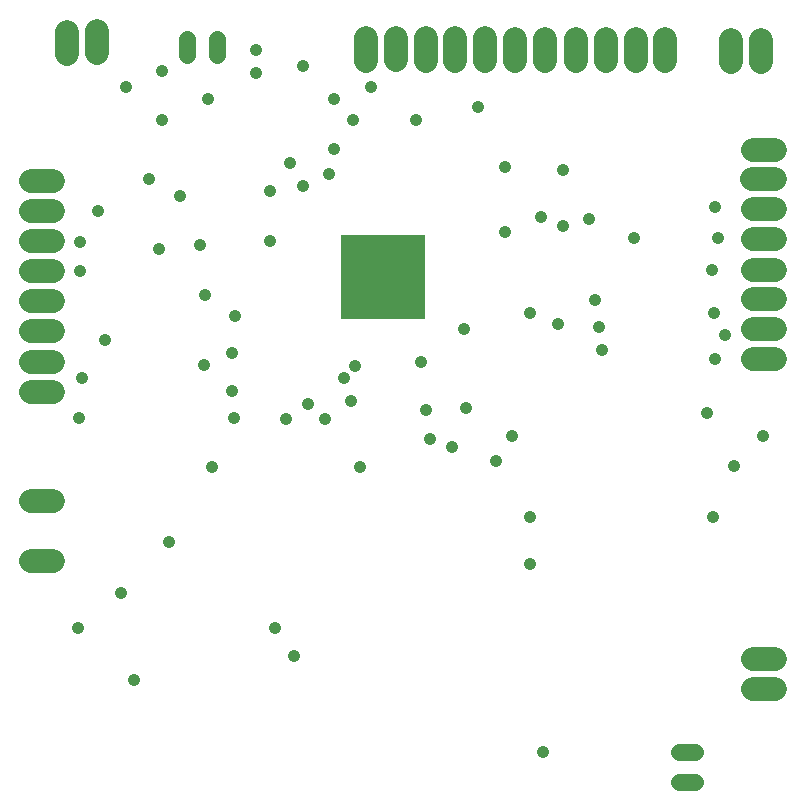
<source format=gbs>
G75*
G70*
%OFA0B0*%
%FSLAX24Y24*%
%IPPOS*%
%LPD*%
%AMOC8*
5,1,8,0,0,1.08239X$1,22.5*
%
%ADD10R,0.2815X0.2815*%
%ADD11C,0.0577*%
%ADD12C,0.0799*%
%ADD13C,0.0413*%
D10*
X013228Y019289D03*
D11*
X007695Y026699D02*
X007695Y027217D01*
X006695Y027217D02*
X006695Y026699D01*
X023109Y003454D02*
X023627Y003454D01*
X023627Y002454D02*
X023109Y002454D01*
D12*
X025565Y005545D02*
X026305Y005545D01*
X026305Y006553D02*
X025565Y006553D01*
X025563Y016555D02*
X026303Y016555D01*
X026297Y017549D02*
X025557Y017549D01*
X025555Y018545D02*
X026295Y018545D01*
X026297Y019537D02*
X025557Y019537D01*
X025557Y020541D02*
X026297Y020541D01*
X026297Y021545D02*
X025557Y021545D01*
X025551Y022541D02*
X026291Y022541D01*
X026299Y023535D02*
X025559Y023535D01*
X025849Y026458D02*
X025849Y027198D01*
X024833Y027198D02*
X024833Y026458D01*
X022652Y026496D02*
X022652Y027236D01*
X021654Y027228D02*
X021654Y026488D01*
X020660Y026482D02*
X020660Y027222D01*
X019656Y027220D02*
X019656Y026480D01*
X018646Y026492D02*
X018646Y027232D01*
X017640Y027236D02*
X017640Y026496D01*
X016648Y026501D02*
X016648Y027241D01*
X015652Y027241D02*
X015652Y026501D01*
X014656Y026501D02*
X014656Y027241D01*
X013665Y027247D02*
X013665Y026507D01*
X012673Y026505D02*
X012673Y027245D01*
X003707Y027488D02*
X003707Y026748D01*
X002711Y026732D02*
X002711Y027472D01*
X002250Y022482D02*
X001510Y022482D01*
X001510Y021486D02*
X002250Y021486D01*
X002250Y020482D02*
X001510Y020482D01*
X001510Y019478D02*
X002250Y019478D01*
X002250Y018474D02*
X001510Y018474D01*
X001510Y017474D02*
X002250Y017474D01*
X002250Y016472D02*
X001510Y016472D01*
X001510Y015462D02*
X002250Y015462D01*
X002250Y011812D02*
X001510Y011812D01*
X001510Y009812D02*
X002250Y009812D01*
D13*
X004931Y005856D03*
X003061Y007588D03*
X004518Y008769D03*
X006093Y010462D03*
X007549Y012942D03*
X008286Y014596D03*
X008219Y015501D03*
X007274Y016368D03*
X008219Y016761D03*
X008297Y017982D03*
X007313Y018690D03*
X007136Y020344D03*
X005778Y020226D03*
X006486Y021997D03*
X005423Y022549D03*
X003738Y021486D03*
X003140Y020462D03*
X003140Y019478D03*
X003967Y017194D03*
X003219Y015934D03*
X003100Y014596D03*
X009478Y020501D03*
X009478Y022155D03*
X010148Y023100D03*
X010581Y022312D03*
X011447Y022706D03*
X011604Y023572D03*
X012234Y024517D03*
X011604Y025226D03*
X010581Y026309D03*
X009006Y026092D03*
X009006Y026840D03*
X007392Y025226D03*
X005856Y024517D03*
X004675Y025620D03*
X005856Y026171D03*
X012825Y025620D03*
X014321Y024517D03*
X016408Y024950D03*
X017301Y022942D03*
X018494Y021289D03*
X019242Y020974D03*
X020108Y021210D03*
X021604Y020580D03*
X020305Y018513D03*
X020423Y017627D03*
X020541Y016840D03*
X019065Y017726D03*
X018140Y018080D03*
X015935Y017549D03*
X014518Y016446D03*
X014675Y014871D03*
X014793Y013887D03*
X015522Y013612D03*
X016014Y014911D03*
X017549Y014005D03*
X016998Y013139D03*
X018140Y011289D03*
X018140Y009714D03*
X018573Y003454D03*
X024242Y011289D03*
X024951Y013001D03*
X025896Y014005D03*
X024045Y014753D03*
X024309Y016564D03*
X024624Y017352D03*
X024262Y018100D03*
X024203Y019513D03*
X024419Y020580D03*
X024309Y021631D03*
X019242Y022864D03*
X017313Y020789D03*
X012313Y016309D03*
X011927Y015934D03*
X012156Y015147D03*
X011289Y014557D03*
X010738Y015068D03*
X009990Y014557D03*
X012471Y012942D03*
X009636Y007588D03*
X010266Y006643D03*
M02*

</source>
